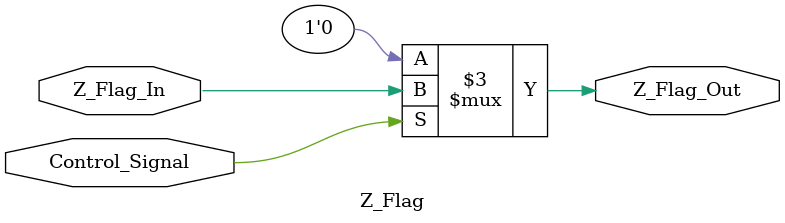
<source format=v>
`timescale 1ns / 1ps

module Z_Flag(
	 input [0:0] Z_Flag_In,
    output reg [0:0] Z_Flag_Out,
    input [0:0] Control_Signal
    );

		always @(*) begin
				if(Control_Signal)
					begin
						Z_Flag_Out<=Z_Flag_In;
					end
				else
				begin
					 Z_Flag_Out<=1'b0;
				end
				
			end
endmodule

</source>
